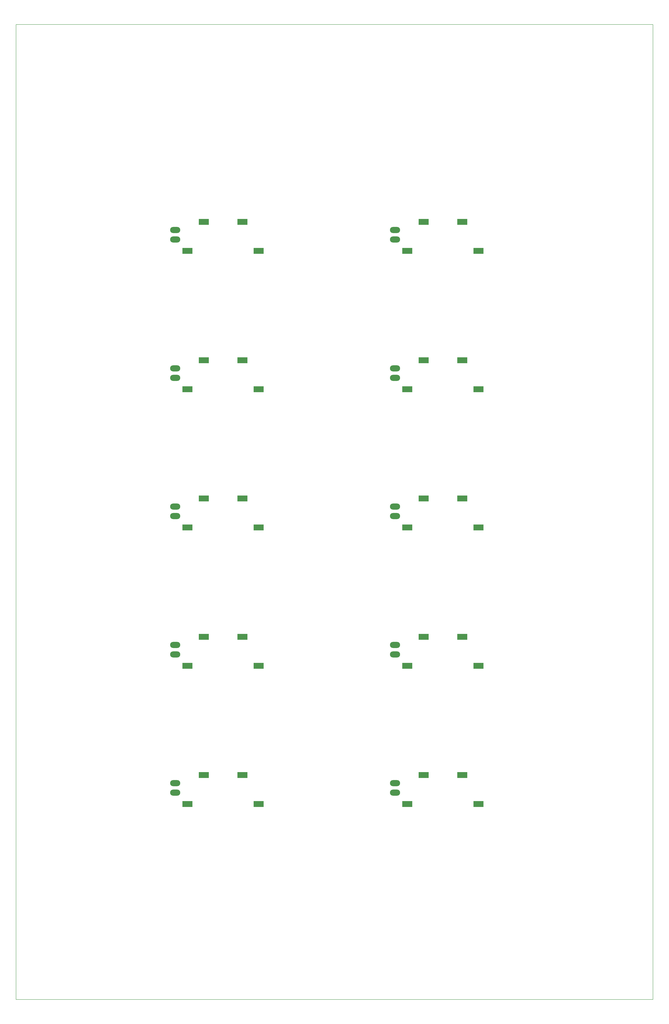
<source format=gbp>
%FSTAX23Y23*%
%MOIN*%
%SFA1B1*%

%IPPOS*%
%ADD12C,0.005000*%
%ADD26R,0.196850X0.118110*%
%ADD27O,0.196850X0.118110*%
%LNpowerboardv1-1*%
%LPD*%
G54D26*
X04691Y03776D03*
G54D12*
X0Y0D02*
X12312D01*
Y18836*
X0*
Y0*
G54D26*
X03314Y03776D03*
X03628Y04336D03*
X04377D03*
G54D27*
X03077Y03996D03*
Y04179D03*
G54D26*
X08941Y03776D03*
X07564D03*
X07878Y04336D03*
X08627D03*
G54D27*
X07327Y03996D03*
Y04179D03*
G54D26*
X04691Y06448D03*
X03314D03*
X03628Y07008D03*
X04377D03*
G54D27*
X03077Y06668D03*
Y06851D03*
G54D26*
X08941Y06448D03*
X07564D03*
X07878Y07008D03*
X08627D03*
G54D27*
X07327Y06668D03*
Y06851D03*
G54D26*
X04691Y0912D03*
X03314D03*
X03628Y09679D03*
X04377D03*
G54D27*
X03077Y0934D03*
Y09522D03*
G54D26*
X08941Y0912D03*
X07564D03*
X07878Y09679D03*
X08627D03*
G54D27*
X07327Y0934D03*
Y09522D03*
G54D26*
X04691Y11791D03*
X03314D03*
X03628Y12351D03*
X04377D03*
G54D27*
X03077Y12011D03*
Y12194D03*
G54D26*
X08941Y11791D03*
X07564D03*
X07878Y12351D03*
X08627D03*
G54D27*
X07327Y12011D03*
Y12194D03*
G54D26*
X04691Y14463D03*
X03314D03*
X03628Y15023D03*
X04377D03*
G54D27*
X03077Y14683D03*
Y14866D03*
G54D26*
X08941Y14463D03*
X07564D03*
X07878Y15023D03*
X08627D03*
G54D27*
X07327Y14683D03*
Y14866D03*
M02*
</source>
